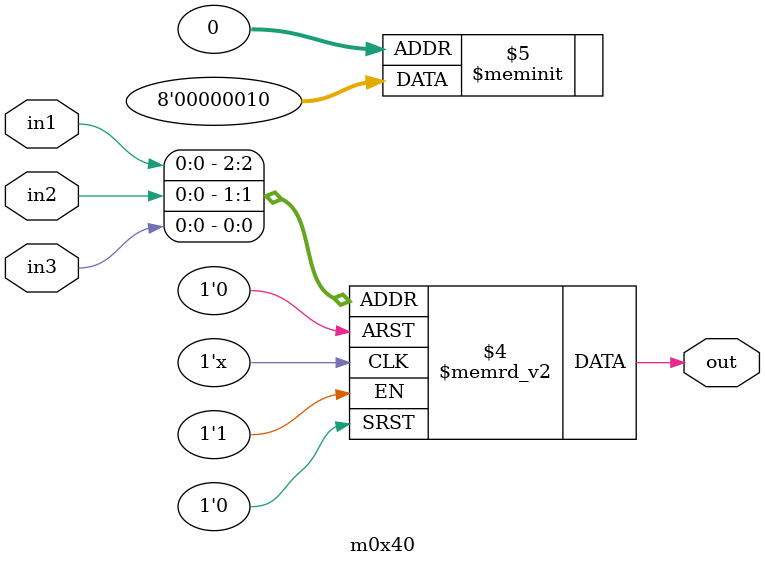
<source format=v>
module m0x40(output out, input in1, in2, in3);

   always @(in1, in2, in3)
     begin
        case({in1, in2, in3})
          3'b000: {out} = 1'b0;
          3'b001: {out} = 1'b1;
          3'b010: {out} = 1'b0;
          3'b011: {out} = 1'b0;
          3'b100: {out} = 1'b0;
          3'b101: {out} = 1'b0;
          3'b110: {out} = 1'b0;
          3'b111: {out} = 1'b0;
        endcase // case ({in1, in2, in3})
     end // always @ (in1, in2, in3)

endmodule // m0x40
</source>
